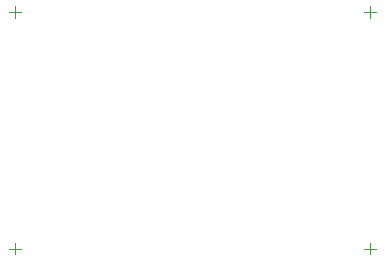
<source format=gbr>
G04*
G04 #@! TF.GenerationSoftware,Altium Limited,Altium Designer,24.9.1 (31)*
G04*
G04 Layer_Color=16711935*
%FSLAX25Y25*%
%MOIN*%
G70*
G04*
G04 #@! TF.SameCoordinates,BE83DA22-E0C5-4DDF-BF2C-7847B46FCBB1*
G04*
G04*
G04 #@! TF.FilePolarity,Positive*
G04*
G01*
G75*
%ADD61C,0.00197*%
D61*
X157480Y17717D02*
Y21654D01*
X155512Y19685D02*
X159449D01*
X155512Y98425D02*
X159449D01*
X157480Y96457D02*
Y100394D01*
X273622Y98425D02*
X277559D01*
X275590Y96457D02*
Y100394D01*
X273622Y19685D02*
X277559D01*
X275590Y17717D02*
Y21654D01*
M02*

</source>
